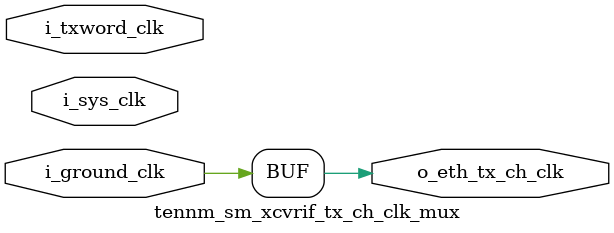
<source format=sv>


(* icm_name="sm_flux_rx_demux", module_type="decoder", simple_name="UNKNOWN", atom_type__std *)
module tennm_sm_flux_rx_demux 
    #(
        parameter sel                                                = "SEL_UNUSED"                   /* Settings: SEL_PCIE_PCS, SEL_XCVRIF, SEL_UNUSED */
    )
    (
        input [39:0] i_rx_data,
        output [39:0] o_pcie_pcs,
        output [31:0] o_xcvrif
    );

`ifdef DDM_BASED_COREIP_GENERATOR
    sm_flux_rx_demux 
`ifdef DEFINE_SF_RTL_MODULE_PARAMETERS
    #(
        .sel(sel)
    )
`endif // ifdef DEFINE_SF_RTL_MODULE_PARAMETERS
    x_sm_flux_rx_demux (
        .i_rx_data(i_rx_data),
        .o_pcie_pcs(o_pcie_pcs),
        .o_xcvrif(o_xcvrif)
        );
`else // ifdef DDM_BASED_COREIP_GENERATOR
    generate
        if ( "SEL_PCIE_PCS" == sel ) begin : sel_is_PCIE_PCS
            assign o_pcie_pcs = i_rx_data;
        end : sel_is_PCIE_PCS
        if ( "SEL_XCVRIF" == sel ) begin : sel_is_XCVRIF
            assign o_xcvrif = i_rx_data[31:0];
	    assign o_pcie_pcs = 1'b0;
        end : sel_is_XCVRIF
    endgenerate
`endif // ifdef DDM_BASED_COREIP_GENERATOR

endmodule // tennm_sm_flux_rx_demux

(* icm_name="sm_flux_rx_rxword_clk_demux", module_type="decoder", simple_name="UNKNOWN", atom_type__std *)
module tennm_sm_flux_rx_rxword_clk_demux 
    #(
        parameter sel                                                = "SEL_UNUSED"                   /* Settings: SEL_ETH_RXWORD_CLK, SEL_PCIE_RXWORD_CLK, SEL_UNUSED */
    )
    (
        input i_ock_pcs_rxword,
        output o_eth_rxword_clk,
        output o_pcie_rxword_clk
    );

`ifdef DDM_BASED_COREIP_GENERATOR
    sm_flux_rx_rxword_clk_demux 
`ifdef DEFINE_SF_RTL_MODULE_PARAMETERS
    #(
        .sel(sel)
    )
`endif // ifdef DEFINE_SF_RTL_MODULE_PARAMETERS
    x_sm_flux_rx_rxword_clk_demux (
        .i_ock_pcs_rxword(i_ock_pcs_rxword),
        .o_eth_rxword_clk(o_eth_rxword_clk),
        .o_pcie_rxword_clk(o_pcie_rxword_clk)
        );
`else // ifdef DDM_BASED_COREIP_GENERATOR
    generate
        if ( "SEL_ETH_RXWORD_CLK" == sel ) begin : sel_is_ETH_RXWORD_CLK
            assign o_eth_rxword_clk = i_ock_pcs_rxword;
	    assign o_pcie_rxword_clk = 1'b0;
        end : sel_is_ETH_RXWORD_CLK
        if ( "SEL_PCIE_RXWORD_CLK" == sel ) begin : sel_is_PCIE_RXWORD_CLK
            assign o_pcie_rxword_clk = i_ock_pcs_rxword;
        end : sel_is_PCIE_RXWORD_CLK
    endgenerate
`endif // ifdef DDM_BASED_COREIP_GENERATOR

endmodule // tennm_sm_flux_rx_rxword_clk_demux

(* icm_name="sm_flux_tx_txword_clk_demux", module_type="decoder", simple_name="UNKNOWN", atom_type__std *)
module tennm_sm_flux_tx_txword_clk_demux 
    #(
        parameter sel                                                = "SEL_UNUSED"                   /* Settings: SEL_ETH_TXWORD_CLK, SEL_PCIE_TXWORD_CLK, SEL_UNUSED */
    )
    (
        input i_ock_pcs_txword,
        output o_eth_txword_clk,
        output o_pcie_txword_clk
    );

`ifdef DDM_BASED_COREIP_GENERATOR
    sm_flux_tx_txword_clk_demux 
`ifdef DEFINE_SF_RTL_MODULE_PARAMETERS
    #(
        .sel(sel)
    )
`endif // ifdef DEFINE_SF_RTL_MODULE_PARAMETERS
    x_sm_flux_tx_txword_clk_demux (
        .i_ock_pcs_txword(i_ock_pcs_txword),
        .o_eth_txword_clk(o_eth_txword_clk),
        .o_pcie_txword_clk(o_pcie_txword_clk)
        );
`else // ifdef DDM_BASED_COREIP_GENERATOR
    generate
        if ( "SEL_ETH_TXWORD_CLK" == sel ) begin : sel_is_ETH_TXWORD_CLK
            assign o_eth_txword_clk = i_ock_pcs_txword;
	    assign o_pcie_txword_clk = 1'b0;
        end : sel_is_ETH_TXWORD_CLK
        if ( "SEL_PCIE_TXWORD_CLK" == sel ) begin : sel_is_PCIE_TXWORD_CLK
            assign o_pcie_txword_clk = i_ock_pcs_txword;
	    assign o_eth_txword_clk = 1'b0;
        end : sel_is_PCIE_TXWORD_CLK
    endgenerate
`endif // ifdef DDM_BASED_COREIP_GENERATOR

endmodule // tennm_sm_flux_tx_txword_clk_demux

(* icm_name="sm_flux_tx_mux", module_type="mux", simple_name="UNKNOWN", atom_type__std *)
module tennm_sm_flux_tx_mux 
    #(
        parameter sel                                                = "SEL_UNUSED"                   /* Settings: SEL_PCIE_PCS, SEL_XCVRIF, SEL_UNUSED */
    )
    (
        input [39:0] i_pcie_pcs,
        input [31:0] i_xcvrif,
        output [39:0] o_tx_data
    );

`ifdef DDM_BASED_COREIP_GENERATOR
    sm_flux_tx_mux 
`ifdef DEFINE_SF_RTL_MODULE_PARAMETERS
    #(
        .sel(sel)
    )
`endif // ifdef DEFINE_SF_RTL_MODULE_PARAMETERS
    x_sm_flux_tx_mux (
        .i_pcie_pcs(i_pcie_pcs),
        .i_xcvrif(i_xcvrif),
        .o_tx_data(o_tx_data)
        );
`else // ifdef DDM_BASED_COREIP_GENERATOR
    generate
        if ( "SEL_PCIE_PCS" == sel ) begin : sel_is_PCIE_PCS
            assign o_tx_data = i_pcie_pcs;
        end : sel_is_PCIE_PCS
        if ( "SEL_XCVRIF" == sel ) begin : sel_is_XCVRIF
            assign o_tx_data = {8'b0, i_xcvrif};
        end : sel_is_XCVRIF
    endgenerate
`endif // ifdef DDM_BASED_COREIP_GENERATOR

endmodule // tennm_sm_flux_tx_mux

(* icm_name="sm_flux_tx_txword_clk_mux", module_type="mux", simple_name="UNKNOWN", atom_type__std *)
module tennm_sm_flux_tx_txword_clk_mux 
    #(
        parameter sel                                                = "SEL_UNUSED"                   /* Settings: SEL_XCVR_TXWORD_CLK, SEL_UX_OCK_PMA_CLK, SEL_UNUSED */
    )
    (
        input i_ux_ock_pma_clk,
        input i_xcvr_txword_clk,
        output o_pcs_txword
    );

`ifdef DDM_BASED_COREIP_GENERATOR
    sm_flux_tx_txword_clk_mux 
`ifdef DEFINE_SF_RTL_MODULE_PARAMETERS
    #(
        .sel(sel)
    )
`endif // ifdef DEFINE_SF_RTL_MODULE_PARAMETERS
    x_sm_flux_tx_txword_clk_mux (
        .i_ux_ock_pma_clk(i_ux_ock_pma_clk),
        .i_xcvr_txword_clk(i_xcvr_txword_clk),
        .o_pcs_txword(o_pcs_txword)
        );
`else // ifdef DDM_BASED_COREIP_GENERATOR
    generate
        if ( "SEL_XCVR_TXWORD_CLK" == sel ) begin : sel_is_XCVR_TXWORD_CLK
            assign o_pcs_txword = i_xcvr_txword_clk;
        end : sel_is_XCVR_TXWORD_CLK
        if ( "SEL_UX_OCK_PMA_CLK" == sel ) begin : sel_is_UX_OCK_PMA_CLK
            assign o_pcs_txword = i_ux_ock_pma_clk;
        end : sel_is_UX_OCK_PMA_CLK
    endgenerate
`endif // ifdef DDM_BASED_COREIP_GENERATOR

endmodule // tennm_sm_flux_tx_txword_clk_mux

(* icm_name="sm_xcvrif_rx_ch_clk_mux", module_type="mux", simple_name="UNKNOWN", atom_type__std *)
module tennm_sm_xcvrif_rx_ch_clk_mux 
    #(
        parameter sel                                                = "SEL_UNUSED"                   /* Settings: SEL_RXWORD_CLK, SEL_SYS_CLK, SEL_UNUSED */
    )
    (
        input i_ground_clk,
        input i_rxword_clk,
        input i_sys_clk,
        output o_eth_rx_ch_clk
    );

`ifdef DDM_BASED_COREIP_GENERATOR
    sm_xcvrif_rx_ch_clk_mux 
`ifdef DEFINE_SF_RTL_MODULE_PARAMETERS
    #(
        .sel(sel)
    )
`endif // ifdef DEFINE_SF_RTL_MODULE_PARAMETERS
    x_sm_xcvrif_rx_ch_clk_mux (
        .i_ground_clk(i_ground_clk),
        .i_rxword_clk(i_rxword_clk),
        .i_sys_clk(i_sys_clk),
        .o_eth_rx_ch_clk(o_eth_rx_ch_clk)
        );
`else // ifdef DDM_BASED_COREIP_GENERATOR
    generate
        if ( "SEL_RXWORD_CLK" == sel ) begin : sel_is_RXWORD_CLK
            assign o_eth_rx_ch_clk = i_rxword_clk;
        end : sel_is_RXWORD_CLK
        if ( "SEL_SYS_CLK" == sel ) begin : sel_is_SYS_CLK
            assign o_eth_rx_ch_clk = i_sys_clk;
        end : sel_is_SYS_CLK
        if ( "SEL_UNUSED" == sel ) begin : sel_is_UNUSED
            assign o_eth_rx_ch_clk = i_ground_clk;
        end : sel_is_UNUSED
    endgenerate
`endif // ifdef DDM_BASED_COREIP_GENERATOR

endmodule // tennm_sm_xcvrif_rx_ch_clk_mux

(* icm_name="sm_xcvrif_tx_ch_clk_mux", module_type="mux", simple_name="UNKNOWN", atom_type__std *)
module tennm_sm_xcvrif_tx_ch_clk_mux 
    #(
        parameter sel                                                = "SEL_UNUSED"                   /* Settings: SEL_TXWORD_CLK, SEL_SYS_CLK, SEL_UNUSED */
    )
    (
        input i_ground_clk,
        input i_sys_clk,
        input i_txword_clk,
        output o_eth_tx_ch_clk
    );

`ifdef DDM_BASED_COREIP_GENERATOR
    sm_xcvrif_tx_ch_clk_mux 
`ifdef DEFINE_SF_RTL_MODULE_PARAMETERS
    #(
        .sel(sel)
    )
`endif // ifdef DEFINE_SF_RTL_MODULE_PARAMETERS
    x_sm_xcvrif_tx_ch_clk_mux (
        .i_ground_clk(i_ground_clk),
        .i_sys_clk(i_sys_clk),
        .i_txword_clk(i_txword_clk),
        .o_eth_tx_ch_clk(o_eth_tx_ch_clk)
        );
`else // ifdef DDM_BASED_COREIP_GENERATOR
    generate
        if ( "SEL_TXWORD_CLK" == sel ) begin : sel_is_TXWORD_CLK
            assign o_eth_tx_ch_clk = i_txword_clk;
        end : sel_is_TXWORD_CLK
        if ( "SEL_SYS_CLK" == sel ) begin : sel_is_SYS_CLK
            assign o_eth_tx_ch_clk = i_sys_clk;
        end : sel_is_SYS_CLK
        if ( "SEL_UNUSED" == sel ) begin : sel_is_UNUSED
            assign o_eth_tx_ch_clk = i_ground_clk;
        end : sel_is_UNUSED
    endgenerate
`endif // ifdef DDM_BASED_COREIP_GENERATOR

endmodule // tennm_sm_xcvrif_tx_ch_clk_mux


`ifdef QUESTA_INTEL_OEM
`pragma questa_oem_00 "2sDhNbsqyAR6V4Cr1lf5sImhr2SjWD7Ex2tYxKHF+IxvEaFRxKZWMkPZ+k48k3iCoaf0nTwAsDUUBl4fvfgS/iXIsTcNBwqFtOVPv0fEQaH2Ijv+AAinwREFYY55f7RCJuh0iq2GHsLBOTgOE0kU30iJucqGnwoxratsmBGEVxsK1Izs9h2XGY0aoPdp+Y01o+YCRr6HpUFA9dc0zYENP38Wm5OfDCpQ/NiurtGu9I23zTxFEWFDMO2x3z6SCpwDNveL6o45BJcO99MGV2AO45l6FxR17i3Yej5GX8F+1WlaaY09ae6uZ62EYX7WBPxGUfVSCQCC8ZXio0pBeoRHRdS+2eschljYaclc8NXxfF8OrZwx4QWtshBqZkNnHqV4ldU3F8Hdj2GfRrX/uDDBhmALo0taBjR3iauDOkan3sqtmZny42dNP3uIdKZyYIDv6ifGvpqCeKdF0D9xm9T+DxSRc4LI31xMHHrVPS9cL50lZFwcLja40UdtsYiP8ysQ6Nhcdi6ewsqWl41zpB0cED+ANE9YBfM2P35F3XY63LHq7+fpjfw7uS9X+z6ZYYlf+wkJEFtxkLpH9E26N+8gLKxwOUHEj+BjXipmTT50E2bOnmd86yLi9AZJO72DQA5gBZ2lGTFp+m+TkFxLwQGO5LyO9N8aTbSq+IhMcjXpILDKcQ8bfA0HrErZ4bjy8cRuG4UuBZAYQN9fQ8DV1eOS8jLoVsWmdlJ0gCZF8de2IWtJ9erfSUuBKjCJ4AZ7b/LcWAllaGE9dmugbm6qjAqYfSrxWLsAocpFrt9H9m/RL38USumCiTkkCxGdKJiC9W6vNDfGB83DF/IkWFImGT+2iaB9eFW10fknDK/GIS01s0Dnp7unXwbzy6uZQYWIiJQmds9xfemT9ac0nUeP7VQdjLbVakCW7h9sog7dc8fHhxwwnr6l+bHDFlyebyqVsL+CV1sRpaPeh1PFN3q75p7ysrLCGMWa42rJ7DGyUDml2L9sFp2HY2KgxTlcKn88TxFB"
`endif
</source>
